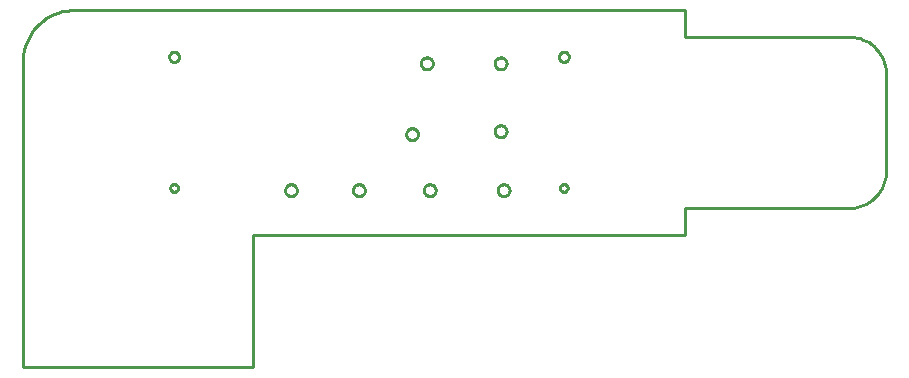
<source format=gbr>
G04 EAGLE Gerber RS-274X export*
G75*
%MOMM*%
%FSLAX34Y34*%
%LPD*%
%IN*%
%IPPOS*%
%AMOC8*
5,1,8,0,0,1.08239X$1,22.5*%
G01*
%ADD10C,0.254000*%


D10*
X-135500Y-207500D02*
X59000Y-207500D01*
X59000Y-95000D01*
X425000Y-95000D01*
X425000Y-72500D01*
X562500Y-72500D01*
X565228Y-72490D01*
X567946Y-72242D01*
X570631Y-71759D01*
X573264Y-71043D01*
X575824Y-70100D01*
X578292Y-68938D01*
X580650Y-67565D01*
X582880Y-65992D01*
X584963Y-64231D01*
X586885Y-62295D01*
X588632Y-60198D01*
X590188Y-57958D01*
X591544Y-55590D01*
X592688Y-53113D01*
X593612Y-50546D01*
X594308Y-47908D01*
X594772Y-45219D01*
X595000Y-42500D01*
X595000Y40000D01*
X594990Y42728D01*
X594742Y45446D01*
X594259Y48131D01*
X593543Y50764D01*
X592600Y53324D01*
X591438Y55792D01*
X590065Y58150D01*
X588492Y60380D01*
X586731Y62463D01*
X584795Y64385D01*
X582698Y66132D01*
X580458Y67688D01*
X578090Y69044D01*
X575613Y70188D01*
X573046Y71112D01*
X570408Y71808D01*
X567719Y72272D01*
X565000Y72500D01*
X425000Y72500D01*
X425000Y95000D01*
X-95000Y95000D01*
X-98717Y94641D01*
X-102389Y93960D01*
X-105988Y92961D01*
X-109486Y91652D01*
X-112856Y90044D01*
X-116074Y88148D01*
X-119114Y85978D01*
X-121953Y83552D01*
X-124570Y80888D01*
X-126945Y78006D01*
X-129059Y74927D01*
X-130898Y71676D01*
X-132446Y68278D01*
X-133691Y64757D01*
X-134626Y61141D01*
X-135241Y57458D01*
X-135533Y53734D01*
X-135500Y50000D01*
X-135500Y-207500D01*
X96250Y-57781D02*
X96187Y-58339D01*
X96062Y-58886D01*
X95877Y-59416D01*
X95633Y-59922D01*
X95334Y-60398D01*
X94984Y-60837D01*
X94587Y-61234D01*
X94148Y-61584D01*
X93672Y-61883D01*
X93166Y-62127D01*
X92636Y-62312D01*
X92089Y-62437D01*
X91531Y-62500D01*
X90969Y-62500D01*
X90411Y-62437D01*
X89864Y-62312D01*
X89334Y-62127D01*
X88828Y-61883D01*
X88352Y-61584D01*
X87913Y-61234D01*
X87516Y-60837D01*
X87166Y-60398D01*
X86867Y-59922D01*
X86623Y-59416D01*
X86438Y-58886D01*
X86313Y-58339D01*
X86250Y-57781D01*
X86250Y-57219D01*
X86313Y-56661D01*
X86438Y-56114D01*
X86623Y-55584D01*
X86867Y-55078D01*
X87166Y-54602D01*
X87516Y-54163D01*
X87913Y-53766D01*
X88352Y-53416D01*
X88828Y-53117D01*
X89334Y-52873D01*
X89864Y-52688D01*
X90411Y-52563D01*
X90969Y-52500D01*
X91531Y-52500D01*
X92089Y-52563D01*
X92636Y-52688D01*
X93166Y-52873D01*
X93672Y-53117D01*
X94148Y-53416D01*
X94587Y-53766D01*
X94984Y-54163D01*
X95334Y-54602D01*
X95633Y-55078D01*
X95877Y-55584D01*
X96062Y-56114D01*
X96187Y-56661D01*
X96250Y-57219D01*
X96250Y-57781D01*
X153750Y-57781D02*
X153687Y-58339D01*
X153562Y-58886D01*
X153377Y-59416D01*
X153133Y-59922D01*
X152834Y-60398D01*
X152484Y-60837D01*
X152087Y-61234D01*
X151648Y-61584D01*
X151172Y-61883D01*
X150666Y-62127D01*
X150136Y-62312D01*
X149589Y-62437D01*
X149031Y-62500D01*
X148469Y-62500D01*
X147911Y-62437D01*
X147364Y-62312D01*
X146834Y-62127D01*
X146328Y-61883D01*
X145852Y-61584D01*
X145413Y-61234D01*
X145016Y-60837D01*
X144666Y-60398D01*
X144367Y-59922D01*
X144123Y-59416D01*
X143938Y-58886D01*
X143813Y-58339D01*
X143750Y-57781D01*
X143750Y-57219D01*
X143813Y-56661D01*
X143938Y-56114D01*
X144123Y-55584D01*
X144367Y-55078D01*
X144666Y-54602D01*
X145016Y-54163D01*
X145413Y-53766D01*
X145852Y-53416D01*
X146328Y-53117D01*
X146834Y-52873D01*
X147364Y-52688D01*
X147911Y-52563D01*
X148469Y-52500D01*
X149031Y-52500D01*
X149589Y-52563D01*
X150136Y-52688D01*
X150666Y-52873D01*
X151172Y-53117D01*
X151648Y-53416D01*
X152087Y-53766D01*
X152484Y-54163D01*
X152834Y-54602D01*
X153133Y-55078D01*
X153377Y-55584D01*
X153562Y-56114D01*
X153687Y-56661D01*
X153750Y-57219D01*
X153750Y-57781D01*
X276250Y-57781D02*
X276187Y-58339D01*
X276062Y-58886D01*
X275877Y-59416D01*
X275633Y-59922D01*
X275334Y-60398D01*
X274984Y-60837D01*
X274587Y-61234D01*
X274148Y-61584D01*
X273672Y-61883D01*
X273166Y-62127D01*
X272636Y-62312D01*
X272089Y-62437D01*
X271531Y-62500D01*
X270969Y-62500D01*
X270411Y-62437D01*
X269864Y-62312D01*
X269334Y-62127D01*
X268828Y-61883D01*
X268352Y-61584D01*
X267913Y-61234D01*
X267516Y-60837D01*
X267166Y-60398D01*
X266867Y-59922D01*
X266623Y-59416D01*
X266438Y-58886D01*
X266313Y-58339D01*
X266250Y-57781D01*
X266250Y-57219D01*
X266313Y-56661D01*
X266438Y-56114D01*
X266623Y-55584D01*
X266867Y-55078D01*
X267166Y-54602D01*
X267516Y-54163D01*
X267913Y-53766D01*
X268352Y-53416D01*
X268828Y-53117D01*
X269334Y-52873D01*
X269864Y-52688D01*
X270411Y-52563D01*
X270969Y-52500D01*
X271531Y-52500D01*
X272089Y-52563D01*
X272636Y-52688D01*
X273166Y-52873D01*
X273672Y-53117D01*
X274148Y-53416D01*
X274587Y-53766D01*
X274984Y-54163D01*
X275334Y-54602D01*
X275633Y-55078D01*
X275877Y-55584D01*
X276062Y-56114D01*
X276187Y-56661D01*
X276250Y-57219D01*
X276250Y-57781D01*
X211250Y49719D02*
X211187Y49161D01*
X211062Y48614D01*
X210877Y48084D01*
X210633Y47578D01*
X210334Y47102D01*
X209984Y46663D01*
X209587Y46266D01*
X209148Y45916D01*
X208672Y45617D01*
X208166Y45373D01*
X207636Y45188D01*
X207089Y45063D01*
X206531Y45000D01*
X205969Y45000D01*
X205411Y45063D01*
X204864Y45188D01*
X204334Y45373D01*
X203828Y45617D01*
X203352Y45916D01*
X202913Y46266D01*
X202516Y46663D01*
X202166Y47102D01*
X201867Y47578D01*
X201623Y48084D01*
X201438Y48614D01*
X201313Y49161D01*
X201250Y49719D01*
X201250Y50281D01*
X201313Y50839D01*
X201438Y51386D01*
X201623Y51916D01*
X201867Y52422D01*
X202166Y52898D01*
X202516Y53337D01*
X202913Y53734D01*
X203352Y54084D01*
X203828Y54383D01*
X204334Y54627D01*
X204864Y54812D01*
X205411Y54937D01*
X205969Y55000D01*
X206531Y55000D01*
X207089Y54937D01*
X207636Y54812D01*
X208166Y54627D01*
X208672Y54383D01*
X209148Y54084D01*
X209587Y53734D01*
X209984Y53337D01*
X210334Y52898D01*
X210633Y52422D01*
X210877Y51916D01*
X211062Y51386D01*
X211187Y50839D01*
X211250Y50281D01*
X211250Y49719D01*
X273750Y49719D02*
X273687Y49161D01*
X273562Y48614D01*
X273377Y48084D01*
X273133Y47578D01*
X272834Y47102D01*
X272484Y46663D01*
X272087Y46266D01*
X271648Y45916D01*
X271172Y45617D01*
X270666Y45373D01*
X270136Y45188D01*
X269589Y45063D01*
X269031Y45000D01*
X268469Y45000D01*
X267911Y45063D01*
X267364Y45188D01*
X266834Y45373D01*
X266328Y45617D01*
X265852Y45916D01*
X265413Y46266D01*
X265016Y46663D01*
X264666Y47102D01*
X264367Y47578D01*
X264123Y48084D01*
X263938Y48614D01*
X263813Y49161D01*
X263750Y49719D01*
X263750Y50281D01*
X263813Y50839D01*
X263938Y51386D01*
X264123Y51916D01*
X264367Y52422D01*
X264666Y52898D01*
X265016Y53337D01*
X265413Y53734D01*
X265852Y54084D01*
X266328Y54383D01*
X266834Y54627D01*
X267364Y54812D01*
X267911Y54937D01*
X268469Y55000D01*
X269031Y55000D01*
X269589Y54937D01*
X270136Y54812D01*
X270666Y54627D01*
X271172Y54383D01*
X271648Y54084D01*
X272087Y53734D01*
X272484Y53337D01*
X272834Y52898D01*
X273133Y52422D01*
X273377Y51916D01*
X273562Y51386D01*
X273687Y50839D01*
X273750Y50281D01*
X273750Y49719D01*
X198750Y-10281D02*
X198687Y-10839D01*
X198562Y-11386D01*
X198377Y-11916D01*
X198133Y-12422D01*
X197834Y-12898D01*
X197484Y-13337D01*
X197087Y-13734D01*
X196648Y-14084D01*
X196172Y-14383D01*
X195666Y-14627D01*
X195136Y-14812D01*
X194589Y-14937D01*
X194031Y-15000D01*
X193469Y-15000D01*
X192911Y-14937D01*
X192364Y-14812D01*
X191834Y-14627D01*
X191328Y-14383D01*
X190852Y-14084D01*
X190413Y-13734D01*
X190016Y-13337D01*
X189666Y-12898D01*
X189367Y-12422D01*
X189123Y-11916D01*
X188938Y-11386D01*
X188813Y-10839D01*
X188750Y-10281D01*
X188750Y-9719D01*
X188813Y-9161D01*
X188938Y-8614D01*
X189123Y-8084D01*
X189367Y-7578D01*
X189666Y-7102D01*
X190016Y-6663D01*
X190413Y-6266D01*
X190852Y-5916D01*
X191328Y-5617D01*
X191834Y-5373D01*
X192364Y-5188D01*
X192911Y-5063D01*
X193469Y-5000D01*
X194031Y-5000D01*
X194589Y-5063D01*
X195136Y-5188D01*
X195666Y-5373D01*
X196172Y-5617D01*
X196648Y-5916D01*
X197087Y-6266D01*
X197484Y-6663D01*
X197834Y-7102D01*
X198133Y-7578D01*
X198377Y-8084D01*
X198562Y-8614D01*
X198687Y-9161D01*
X198750Y-9719D01*
X198750Y-10281D01*
X273750Y-7781D02*
X273687Y-8339D01*
X273562Y-8886D01*
X273377Y-9416D01*
X273133Y-9922D01*
X272834Y-10398D01*
X272484Y-10837D01*
X272087Y-11234D01*
X271648Y-11584D01*
X271172Y-11883D01*
X270666Y-12127D01*
X270136Y-12312D01*
X269589Y-12437D01*
X269031Y-12500D01*
X268469Y-12500D01*
X267911Y-12437D01*
X267364Y-12312D01*
X266834Y-12127D01*
X266328Y-11883D01*
X265852Y-11584D01*
X265413Y-11234D01*
X265016Y-10837D01*
X264666Y-10398D01*
X264367Y-9922D01*
X264123Y-9416D01*
X263938Y-8886D01*
X263813Y-8339D01*
X263750Y-7781D01*
X263750Y-7219D01*
X263813Y-6661D01*
X263938Y-6114D01*
X264123Y-5584D01*
X264367Y-5078D01*
X264666Y-4602D01*
X265016Y-4163D01*
X265413Y-3766D01*
X265852Y-3416D01*
X266328Y-3117D01*
X266834Y-2873D01*
X267364Y-2688D01*
X267911Y-2563D01*
X268469Y-2500D01*
X269031Y-2500D01*
X269589Y-2563D01*
X270136Y-2688D01*
X270666Y-2873D01*
X271172Y-3117D01*
X271648Y-3416D01*
X272087Y-3766D01*
X272484Y-4163D01*
X272834Y-4602D01*
X273133Y-5078D01*
X273377Y-5584D01*
X273562Y-6114D01*
X273687Y-6661D01*
X273750Y-7219D01*
X273750Y-7781D01*
X213750Y-57781D02*
X213687Y-58339D01*
X213562Y-58886D01*
X213377Y-59416D01*
X213133Y-59922D01*
X212834Y-60398D01*
X212484Y-60837D01*
X212087Y-61234D01*
X211648Y-61584D01*
X211172Y-61883D01*
X210666Y-62127D01*
X210136Y-62312D01*
X209589Y-62437D01*
X209031Y-62500D01*
X208469Y-62500D01*
X207911Y-62437D01*
X207364Y-62312D01*
X206834Y-62127D01*
X206328Y-61883D01*
X205852Y-61584D01*
X205413Y-61234D01*
X205016Y-60837D01*
X204666Y-60398D01*
X204367Y-59922D01*
X204123Y-59416D01*
X203938Y-58886D01*
X203813Y-58339D01*
X203750Y-57781D01*
X203750Y-57219D01*
X203813Y-56661D01*
X203938Y-56114D01*
X204123Y-55584D01*
X204367Y-55078D01*
X204666Y-54602D01*
X205016Y-54163D01*
X205413Y-53766D01*
X205852Y-53416D01*
X206328Y-53117D01*
X206834Y-52873D01*
X207364Y-52688D01*
X207911Y-52563D01*
X208469Y-52500D01*
X209031Y-52500D01*
X209589Y-52563D01*
X210136Y-52688D01*
X210666Y-52873D01*
X211172Y-53117D01*
X211648Y-53416D01*
X212087Y-53766D01*
X212484Y-54163D01*
X212834Y-54602D01*
X213133Y-55078D01*
X213377Y-55584D01*
X213562Y-56114D01*
X213687Y-56661D01*
X213750Y-57219D01*
X213750Y-57781D01*
X322463Y-52250D02*
X322885Y-52306D01*
X323297Y-52416D01*
X323691Y-52579D01*
X324059Y-52792D01*
X324397Y-53051D01*
X324699Y-53353D01*
X324958Y-53691D01*
X325171Y-54059D01*
X325334Y-54453D01*
X325444Y-54865D01*
X325500Y-55287D01*
X325500Y-55713D01*
X325444Y-56135D01*
X325334Y-56547D01*
X325171Y-56941D01*
X324958Y-57309D01*
X324699Y-57647D01*
X324397Y-57949D01*
X324059Y-58208D01*
X323691Y-58421D01*
X323297Y-58584D01*
X322885Y-58694D01*
X322463Y-58750D01*
X322037Y-58750D01*
X321615Y-58694D01*
X321203Y-58584D01*
X320809Y-58421D01*
X320441Y-58208D01*
X320103Y-57949D01*
X319801Y-57647D01*
X319542Y-57309D01*
X319329Y-56941D01*
X319166Y-56547D01*
X319056Y-56135D01*
X319000Y-55713D01*
X319000Y-55287D01*
X319056Y-54865D01*
X319166Y-54453D01*
X319329Y-54059D01*
X319542Y-53691D01*
X319801Y-53353D01*
X320103Y-53051D01*
X320441Y-52792D01*
X320809Y-52579D01*
X321203Y-52416D01*
X321615Y-52306D01*
X322037Y-52250D01*
X322463Y-52250D01*
X322529Y59750D02*
X323081Y59677D01*
X323619Y59533D01*
X324134Y59320D01*
X324616Y59041D01*
X325058Y58702D01*
X325452Y58308D01*
X325791Y57866D01*
X326070Y57384D01*
X326283Y56869D01*
X326427Y56331D01*
X326500Y55779D01*
X326500Y55221D01*
X326427Y54669D01*
X326283Y54131D01*
X326070Y53616D01*
X325791Y53134D01*
X325452Y52692D01*
X325058Y52298D01*
X324616Y51959D01*
X324134Y51680D01*
X323619Y51467D01*
X323081Y51323D01*
X322529Y51250D01*
X321971Y51250D01*
X321419Y51323D01*
X320881Y51467D01*
X320366Y51680D01*
X319884Y51959D01*
X319442Y52298D01*
X319048Y52692D01*
X318709Y53134D01*
X318430Y53616D01*
X318217Y54131D01*
X318073Y54669D01*
X318000Y55221D01*
X318000Y55779D01*
X318073Y56331D01*
X318217Y56869D01*
X318430Y57384D01*
X318709Y57866D01*
X319048Y58308D01*
X319442Y58702D01*
X319884Y59041D01*
X320366Y59320D01*
X320881Y59533D01*
X321419Y59677D01*
X321971Y59750D01*
X322529Y59750D01*
X-7537Y-52250D02*
X-7115Y-52306D01*
X-6703Y-52416D01*
X-6309Y-52579D01*
X-5941Y-52792D01*
X-5603Y-53051D01*
X-5301Y-53353D01*
X-5042Y-53691D01*
X-4829Y-54059D01*
X-4666Y-54453D01*
X-4556Y-54865D01*
X-4500Y-55287D01*
X-4500Y-55713D01*
X-4556Y-56135D01*
X-4666Y-56547D01*
X-4829Y-56941D01*
X-5042Y-57309D01*
X-5301Y-57647D01*
X-5603Y-57949D01*
X-5941Y-58208D01*
X-6309Y-58421D01*
X-6703Y-58584D01*
X-7115Y-58694D01*
X-7537Y-58750D01*
X-7963Y-58750D01*
X-8385Y-58694D01*
X-8797Y-58584D01*
X-9191Y-58421D01*
X-9559Y-58208D01*
X-9897Y-57949D01*
X-10199Y-57647D01*
X-10458Y-57309D01*
X-10671Y-56941D01*
X-10834Y-56547D01*
X-10944Y-56135D01*
X-11000Y-55713D01*
X-11000Y-55287D01*
X-10944Y-54865D01*
X-10834Y-54453D01*
X-10671Y-54059D01*
X-10458Y-53691D01*
X-10199Y-53353D01*
X-9897Y-53051D01*
X-9559Y-52792D01*
X-9191Y-52579D01*
X-8797Y-52416D01*
X-8385Y-52306D01*
X-7963Y-52250D01*
X-7537Y-52250D01*
X-7471Y59750D02*
X-6919Y59677D01*
X-6381Y59533D01*
X-5866Y59320D01*
X-5384Y59041D01*
X-4942Y58702D01*
X-4548Y58308D01*
X-4209Y57866D01*
X-3930Y57384D01*
X-3717Y56869D01*
X-3573Y56331D01*
X-3500Y55779D01*
X-3500Y55221D01*
X-3573Y54669D01*
X-3717Y54131D01*
X-3930Y53616D01*
X-4209Y53134D01*
X-4548Y52692D01*
X-4942Y52298D01*
X-5384Y51959D01*
X-5866Y51680D01*
X-6381Y51467D01*
X-6919Y51323D01*
X-7471Y51250D01*
X-8029Y51250D01*
X-8581Y51323D01*
X-9119Y51467D01*
X-9634Y51680D01*
X-10116Y51959D01*
X-10558Y52298D01*
X-10952Y52692D01*
X-11291Y53134D01*
X-11570Y53616D01*
X-11783Y54131D01*
X-11927Y54669D01*
X-12000Y55221D01*
X-12000Y55779D01*
X-11927Y56331D01*
X-11783Y56869D01*
X-11570Y57384D01*
X-11291Y57866D01*
X-10952Y58308D01*
X-10558Y58702D01*
X-10116Y59041D01*
X-9634Y59320D01*
X-9119Y59533D01*
X-8581Y59677D01*
X-8029Y59750D01*
X-7471Y59750D01*
M02*

</source>
